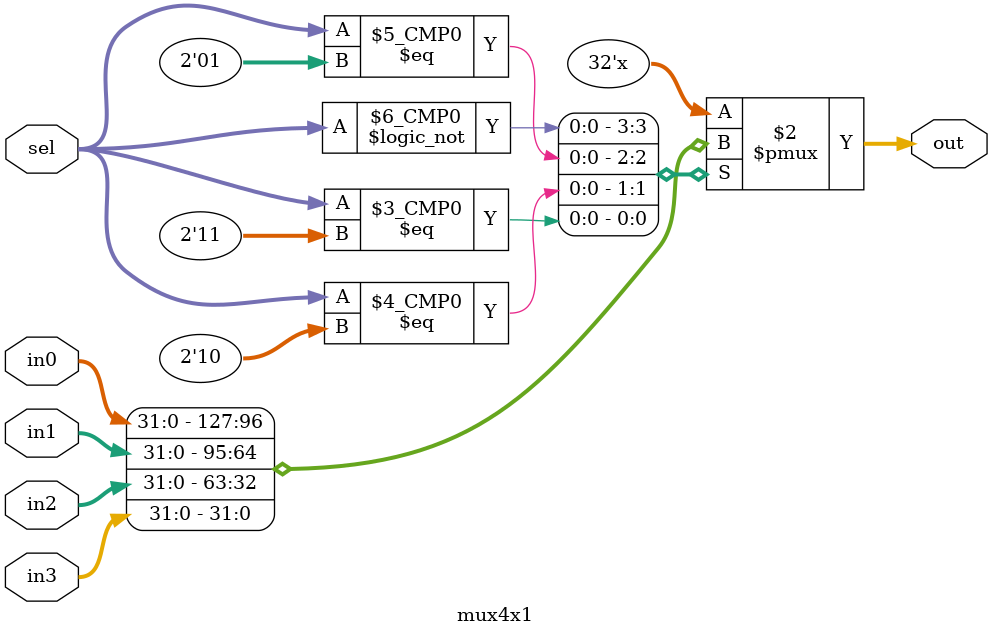
<source format=sv>
module mux4x1(
 input        [31:0] in0,
 input        [31:0] in1,
 input        [31:0] in2,
 input        [31:0] in3,
 input        [1:0]  sel,
 output logic [31:0] out
);

always_comb begin : proc_mux4
 case(sel)
  2'b00: out = in0;
  2'b01: out = in1;
  2'b10: out = in2;
  2'b11: out = in3;
 endcase
end

endmodule : mux4x1

</source>
